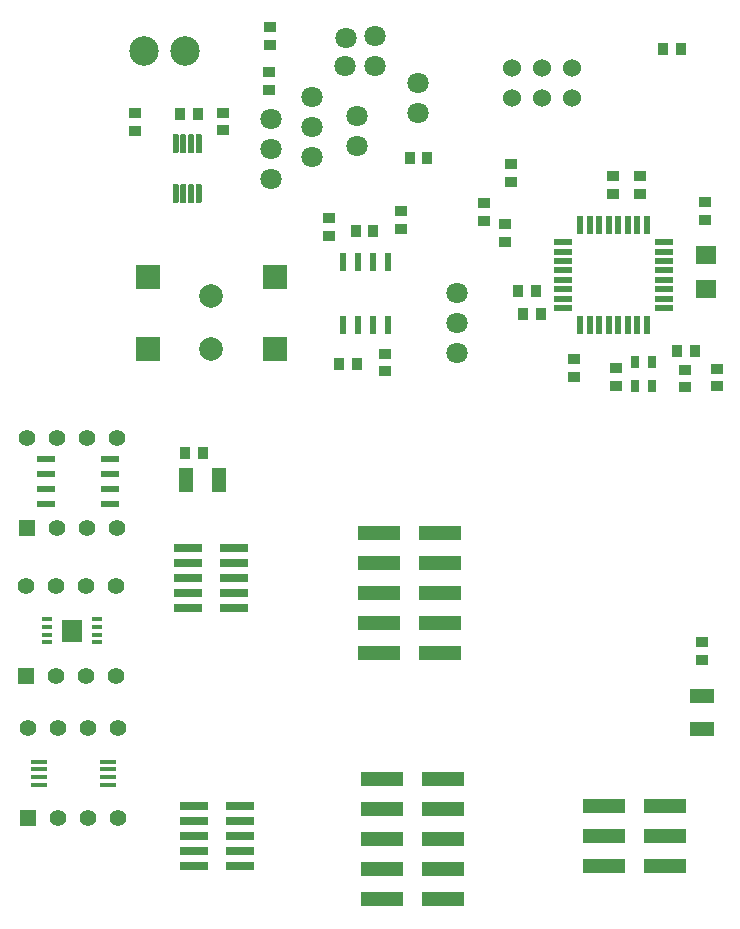
<source format=gts>
G04 #@! TF.GenerationSoftware,KiCad,Pcbnew,5.1.5-52549c5~86~ubuntu18.04.1*
G04 #@! TF.CreationDate,2020-12-07T22:39:35-08:00*
G04 #@! TF.ProjectId,multiple_PCBs,6d756c74-6970-46c6-955f-504342732e6b,rev?*
G04 #@! TF.SameCoordinates,Original*
G04 #@! TF.FileFunction,Soldermask,Top*
G04 #@! TF.FilePolarity,Negative*
%FSLAX46Y46*%
G04 Gerber Fmt 4.6, Leading zero omitted, Abs format (unit mm)*
G04 Created by KiCad (PCBNEW 5.1.5-52549c5~86~ubuntu18.04.1) date 2020-12-07 22:39:35*
%MOMM*%
%LPD*%
G04 APERTURE LIST*
%ADD10R,1.397000X1.397000*%
%ADD11C,1.397000*%
%ADD12R,1.550000X0.600000*%
%ADD13R,1.450000X0.450000*%
%ADD14R,1.680000X1.880000*%
%ADD15R,0.890000X0.420000*%
%ADD16R,2.400000X0.760000*%
%ADD17R,3.560000X1.270000*%
%ADD18R,1.250000X2.000000*%
%ADD19R,2.000000X1.250000*%
%ADD20R,0.899160X1.000760*%
%ADD21R,1.000760X0.899160*%
%ADD22C,1.800000*%
%ADD23C,0.050000*%
%ADD24R,1.000000X0.900000*%
%ADD25R,0.900000X1.000000*%
%ADD26C,2.500000*%
%ADD27R,0.600000X1.550000*%
%ADD28R,1.800860X1.597660*%
%ADD29C,1.998980*%
%ADD30R,1.998980X1.998980*%
%ADD31C,1.524000*%
%ADD32R,0.550000X1.600000*%
%ADD33R,1.600000X0.550000*%
%ADD34R,0.800000X1.000000*%
G04 APERTURE END LIST*
D10*
X140090000Y-103710000D03*
D11*
X142630000Y-103710000D03*
X145170000Y-103710000D03*
X147710000Y-103710000D03*
X147710000Y-96090000D03*
X145170000Y-96090000D03*
X142630000Y-96090000D03*
X140090000Y-96090000D03*
D10*
X140208000Y-128270000D03*
D11*
X142748000Y-128270000D03*
X145288000Y-128270000D03*
X147828000Y-128270000D03*
X147828000Y-120650000D03*
X145288000Y-120650000D03*
X142748000Y-120650000D03*
X140208000Y-120650000D03*
D10*
X139990000Y-116210000D03*
D11*
X142530000Y-116210000D03*
X145070000Y-116210000D03*
X147610000Y-116210000D03*
X147610000Y-108590000D03*
X145070000Y-108590000D03*
X142530000Y-108590000D03*
X139990000Y-108590000D03*
D12*
X141700000Y-97895000D03*
X141700000Y-99165000D03*
X141700000Y-100435000D03*
X141700000Y-101705000D03*
X147100000Y-101705000D03*
X147100000Y-100435000D03*
X147100000Y-99165000D03*
X147100000Y-97895000D03*
D13*
X146968000Y-123485000D03*
X146968000Y-124135000D03*
X146968000Y-124785000D03*
X146968000Y-125435000D03*
X141068000Y-125435000D03*
X141068000Y-124785000D03*
X141068000Y-124135000D03*
X141068000Y-123485000D03*
D14*
X143900000Y-112400000D03*
D15*
X146005000Y-111425000D03*
X146005000Y-112075000D03*
X146005000Y-112725000D03*
X146005000Y-113375000D03*
X141795000Y-113375000D03*
X141795000Y-112725000D03*
X141795000Y-112075000D03*
X141795000Y-111425000D03*
D16*
X157652000Y-109220000D03*
X157652000Y-110490000D03*
X153752000Y-110490000D03*
X153752000Y-109220000D03*
X153752000Y-105410000D03*
X153752000Y-106680000D03*
X153752000Y-107950000D03*
X157652000Y-107950000D03*
X157652000Y-106680000D03*
X157652000Y-105410000D03*
X158160000Y-127254000D03*
X158160000Y-128524000D03*
X158160000Y-129794000D03*
X154260000Y-129794000D03*
X154260000Y-128524000D03*
X154260000Y-127254000D03*
X154260000Y-131064000D03*
X154260000Y-132334000D03*
X158160000Y-132334000D03*
X158160000Y-131064000D03*
D17*
X175325000Y-124968000D03*
X175325000Y-127508000D03*
X175325000Y-130048000D03*
X170115000Y-130048000D03*
X170115000Y-127508000D03*
X170115000Y-124968000D03*
X170115000Y-132608000D03*
X170115000Y-135148000D03*
X175325000Y-135148000D03*
X175325000Y-132608000D03*
X175071000Y-111780000D03*
X175071000Y-114320000D03*
X169861000Y-114320000D03*
X169861000Y-111780000D03*
X169861000Y-104140000D03*
X169861000Y-106680000D03*
X169861000Y-109220000D03*
X175071000Y-109220000D03*
X175071000Y-106680000D03*
X175071000Y-104140000D03*
X194121000Y-132354000D03*
X188911000Y-132354000D03*
X188911000Y-127254000D03*
X188911000Y-129794000D03*
X194121000Y-129794000D03*
X194121000Y-127254000D03*
D18*
X153581000Y-99648000D03*
X156331000Y-99648000D03*
D19*
X197196000Y-117963000D03*
X197196000Y-120713000D03*
D20*
X153444160Y-97338000D03*
X154947840Y-97338000D03*
D21*
X197196000Y-114841680D03*
X197196000Y-113338000D03*
D22*
X167113000Y-62229000D03*
X166970000Y-64626000D03*
X169510000Y-64626000D03*
X169510000Y-62086000D03*
D23*
G36*
X152802252Y-74596602D02*
G01*
X152814386Y-74598402D01*
X152826286Y-74601382D01*
X152837835Y-74605515D01*
X152848925Y-74610760D01*
X152859446Y-74617066D01*
X152869299Y-74624374D01*
X152878388Y-74632612D01*
X152886626Y-74641701D01*
X152893934Y-74651554D01*
X152900240Y-74662075D01*
X152905485Y-74673165D01*
X152909618Y-74684714D01*
X152912598Y-74696614D01*
X152914398Y-74708748D01*
X152915000Y-74721000D01*
X152915000Y-76096000D01*
X152914398Y-76108252D01*
X152912598Y-76120386D01*
X152909618Y-76132286D01*
X152905485Y-76143835D01*
X152900240Y-76154925D01*
X152893934Y-76165446D01*
X152886626Y-76175299D01*
X152878388Y-76184388D01*
X152869299Y-76192626D01*
X152859446Y-76199934D01*
X152848925Y-76206240D01*
X152837835Y-76211485D01*
X152826286Y-76215618D01*
X152814386Y-76218598D01*
X152802252Y-76220398D01*
X152790000Y-76221000D01*
X152540000Y-76221000D01*
X152527748Y-76220398D01*
X152515614Y-76218598D01*
X152503714Y-76215618D01*
X152492165Y-76211485D01*
X152481075Y-76206240D01*
X152470554Y-76199934D01*
X152460701Y-76192626D01*
X152451612Y-76184388D01*
X152443374Y-76175299D01*
X152436066Y-76165446D01*
X152429760Y-76154925D01*
X152424515Y-76143835D01*
X152420382Y-76132286D01*
X152417402Y-76120386D01*
X152415602Y-76108252D01*
X152415000Y-76096000D01*
X152415000Y-74721000D01*
X152415602Y-74708748D01*
X152417402Y-74696614D01*
X152420382Y-74684714D01*
X152424515Y-74673165D01*
X152429760Y-74662075D01*
X152436066Y-74651554D01*
X152443374Y-74641701D01*
X152451612Y-74632612D01*
X152460701Y-74624374D01*
X152470554Y-74617066D01*
X152481075Y-74610760D01*
X152492165Y-74605515D01*
X152503714Y-74601382D01*
X152515614Y-74598402D01*
X152527748Y-74596602D01*
X152540000Y-74596000D01*
X152790000Y-74596000D01*
X152802252Y-74596602D01*
G37*
G36*
X153452252Y-74596602D02*
G01*
X153464386Y-74598402D01*
X153476286Y-74601382D01*
X153487835Y-74605515D01*
X153498925Y-74610760D01*
X153509446Y-74617066D01*
X153519299Y-74624374D01*
X153528388Y-74632612D01*
X153536626Y-74641701D01*
X153543934Y-74651554D01*
X153550240Y-74662075D01*
X153555485Y-74673165D01*
X153559618Y-74684714D01*
X153562598Y-74696614D01*
X153564398Y-74708748D01*
X153565000Y-74721000D01*
X153565000Y-76096000D01*
X153564398Y-76108252D01*
X153562598Y-76120386D01*
X153559618Y-76132286D01*
X153555485Y-76143835D01*
X153550240Y-76154925D01*
X153543934Y-76165446D01*
X153536626Y-76175299D01*
X153528388Y-76184388D01*
X153519299Y-76192626D01*
X153509446Y-76199934D01*
X153498925Y-76206240D01*
X153487835Y-76211485D01*
X153476286Y-76215618D01*
X153464386Y-76218598D01*
X153452252Y-76220398D01*
X153440000Y-76221000D01*
X153190000Y-76221000D01*
X153177748Y-76220398D01*
X153165614Y-76218598D01*
X153153714Y-76215618D01*
X153142165Y-76211485D01*
X153131075Y-76206240D01*
X153120554Y-76199934D01*
X153110701Y-76192626D01*
X153101612Y-76184388D01*
X153093374Y-76175299D01*
X153086066Y-76165446D01*
X153079760Y-76154925D01*
X153074515Y-76143835D01*
X153070382Y-76132286D01*
X153067402Y-76120386D01*
X153065602Y-76108252D01*
X153065000Y-76096000D01*
X153065000Y-74721000D01*
X153065602Y-74708748D01*
X153067402Y-74696614D01*
X153070382Y-74684714D01*
X153074515Y-74673165D01*
X153079760Y-74662075D01*
X153086066Y-74651554D01*
X153093374Y-74641701D01*
X153101612Y-74632612D01*
X153110701Y-74624374D01*
X153120554Y-74617066D01*
X153131075Y-74610760D01*
X153142165Y-74605515D01*
X153153714Y-74601382D01*
X153165614Y-74598402D01*
X153177748Y-74596602D01*
X153190000Y-74596000D01*
X153440000Y-74596000D01*
X153452252Y-74596602D01*
G37*
G36*
X154102252Y-74596602D02*
G01*
X154114386Y-74598402D01*
X154126286Y-74601382D01*
X154137835Y-74605515D01*
X154148925Y-74610760D01*
X154159446Y-74617066D01*
X154169299Y-74624374D01*
X154178388Y-74632612D01*
X154186626Y-74641701D01*
X154193934Y-74651554D01*
X154200240Y-74662075D01*
X154205485Y-74673165D01*
X154209618Y-74684714D01*
X154212598Y-74696614D01*
X154214398Y-74708748D01*
X154215000Y-74721000D01*
X154215000Y-76096000D01*
X154214398Y-76108252D01*
X154212598Y-76120386D01*
X154209618Y-76132286D01*
X154205485Y-76143835D01*
X154200240Y-76154925D01*
X154193934Y-76165446D01*
X154186626Y-76175299D01*
X154178388Y-76184388D01*
X154169299Y-76192626D01*
X154159446Y-76199934D01*
X154148925Y-76206240D01*
X154137835Y-76211485D01*
X154126286Y-76215618D01*
X154114386Y-76218598D01*
X154102252Y-76220398D01*
X154090000Y-76221000D01*
X153840000Y-76221000D01*
X153827748Y-76220398D01*
X153815614Y-76218598D01*
X153803714Y-76215618D01*
X153792165Y-76211485D01*
X153781075Y-76206240D01*
X153770554Y-76199934D01*
X153760701Y-76192626D01*
X153751612Y-76184388D01*
X153743374Y-76175299D01*
X153736066Y-76165446D01*
X153729760Y-76154925D01*
X153724515Y-76143835D01*
X153720382Y-76132286D01*
X153717402Y-76120386D01*
X153715602Y-76108252D01*
X153715000Y-76096000D01*
X153715000Y-74721000D01*
X153715602Y-74708748D01*
X153717402Y-74696614D01*
X153720382Y-74684714D01*
X153724515Y-74673165D01*
X153729760Y-74662075D01*
X153736066Y-74651554D01*
X153743374Y-74641701D01*
X153751612Y-74632612D01*
X153760701Y-74624374D01*
X153770554Y-74617066D01*
X153781075Y-74610760D01*
X153792165Y-74605515D01*
X153803714Y-74601382D01*
X153815614Y-74598402D01*
X153827748Y-74596602D01*
X153840000Y-74596000D01*
X154090000Y-74596000D01*
X154102252Y-74596602D01*
G37*
G36*
X154752252Y-74596602D02*
G01*
X154764386Y-74598402D01*
X154776286Y-74601382D01*
X154787835Y-74605515D01*
X154798925Y-74610760D01*
X154809446Y-74617066D01*
X154819299Y-74624374D01*
X154828388Y-74632612D01*
X154836626Y-74641701D01*
X154843934Y-74651554D01*
X154850240Y-74662075D01*
X154855485Y-74673165D01*
X154859618Y-74684714D01*
X154862598Y-74696614D01*
X154864398Y-74708748D01*
X154865000Y-74721000D01*
X154865000Y-76096000D01*
X154864398Y-76108252D01*
X154862598Y-76120386D01*
X154859618Y-76132286D01*
X154855485Y-76143835D01*
X154850240Y-76154925D01*
X154843934Y-76165446D01*
X154836626Y-76175299D01*
X154828388Y-76184388D01*
X154819299Y-76192626D01*
X154809446Y-76199934D01*
X154798925Y-76206240D01*
X154787835Y-76211485D01*
X154776286Y-76215618D01*
X154764386Y-76218598D01*
X154752252Y-76220398D01*
X154740000Y-76221000D01*
X154490000Y-76221000D01*
X154477748Y-76220398D01*
X154465614Y-76218598D01*
X154453714Y-76215618D01*
X154442165Y-76211485D01*
X154431075Y-76206240D01*
X154420554Y-76199934D01*
X154410701Y-76192626D01*
X154401612Y-76184388D01*
X154393374Y-76175299D01*
X154386066Y-76165446D01*
X154379760Y-76154925D01*
X154374515Y-76143835D01*
X154370382Y-76132286D01*
X154367402Y-76120386D01*
X154365602Y-76108252D01*
X154365000Y-76096000D01*
X154365000Y-74721000D01*
X154365602Y-74708748D01*
X154367402Y-74696614D01*
X154370382Y-74684714D01*
X154374515Y-74673165D01*
X154379760Y-74662075D01*
X154386066Y-74651554D01*
X154393374Y-74641701D01*
X154401612Y-74632612D01*
X154410701Y-74624374D01*
X154420554Y-74617066D01*
X154431075Y-74610760D01*
X154442165Y-74605515D01*
X154453714Y-74601382D01*
X154465614Y-74598402D01*
X154477748Y-74596602D01*
X154490000Y-74596000D01*
X154740000Y-74596000D01*
X154752252Y-74596602D01*
G37*
G36*
X154752252Y-70371602D02*
G01*
X154764386Y-70373402D01*
X154776286Y-70376382D01*
X154787835Y-70380515D01*
X154798925Y-70385760D01*
X154809446Y-70392066D01*
X154819299Y-70399374D01*
X154828388Y-70407612D01*
X154836626Y-70416701D01*
X154843934Y-70426554D01*
X154850240Y-70437075D01*
X154855485Y-70448165D01*
X154859618Y-70459714D01*
X154862598Y-70471614D01*
X154864398Y-70483748D01*
X154865000Y-70496000D01*
X154865000Y-71871000D01*
X154864398Y-71883252D01*
X154862598Y-71895386D01*
X154859618Y-71907286D01*
X154855485Y-71918835D01*
X154850240Y-71929925D01*
X154843934Y-71940446D01*
X154836626Y-71950299D01*
X154828388Y-71959388D01*
X154819299Y-71967626D01*
X154809446Y-71974934D01*
X154798925Y-71981240D01*
X154787835Y-71986485D01*
X154776286Y-71990618D01*
X154764386Y-71993598D01*
X154752252Y-71995398D01*
X154740000Y-71996000D01*
X154490000Y-71996000D01*
X154477748Y-71995398D01*
X154465614Y-71993598D01*
X154453714Y-71990618D01*
X154442165Y-71986485D01*
X154431075Y-71981240D01*
X154420554Y-71974934D01*
X154410701Y-71967626D01*
X154401612Y-71959388D01*
X154393374Y-71950299D01*
X154386066Y-71940446D01*
X154379760Y-71929925D01*
X154374515Y-71918835D01*
X154370382Y-71907286D01*
X154367402Y-71895386D01*
X154365602Y-71883252D01*
X154365000Y-71871000D01*
X154365000Y-70496000D01*
X154365602Y-70483748D01*
X154367402Y-70471614D01*
X154370382Y-70459714D01*
X154374515Y-70448165D01*
X154379760Y-70437075D01*
X154386066Y-70426554D01*
X154393374Y-70416701D01*
X154401612Y-70407612D01*
X154410701Y-70399374D01*
X154420554Y-70392066D01*
X154431075Y-70385760D01*
X154442165Y-70380515D01*
X154453714Y-70376382D01*
X154465614Y-70373402D01*
X154477748Y-70371602D01*
X154490000Y-70371000D01*
X154740000Y-70371000D01*
X154752252Y-70371602D01*
G37*
G36*
X154102252Y-70371602D02*
G01*
X154114386Y-70373402D01*
X154126286Y-70376382D01*
X154137835Y-70380515D01*
X154148925Y-70385760D01*
X154159446Y-70392066D01*
X154169299Y-70399374D01*
X154178388Y-70407612D01*
X154186626Y-70416701D01*
X154193934Y-70426554D01*
X154200240Y-70437075D01*
X154205485Y-70448165D01*
X154209618Y-70459714D01*
X154212598Y-70471614D01*
X154214398Y-70483748D01*
X154215000Y-70496000D01*
X154215000Y-71871000D01*
X154214398Y-71883252D01*
X154212598Y-71895386D01*
X154209618Y-71907286D01*
X154205485Y-71918835D01*
X154200240Y-71929925D01*
X154193934Y-71940446D01*
X154186626Y-71950299D01*
X154178388Y-71959388D01*
X154169299Y-71967626D01*
X154159446Y-71974934D01*
X154148925Y-71981240D01*
X154137835Y-71986485D01*
X154126286Y-71990618D01*
X154114386Y-71993598D01*
X154102252Y-71995398D01*
X154090000Y-71996000D01*
X153840000Y-71996000D01*
X153827748Y-71995398D01*
X153815614Y-71993598D01*
X153803714Y-71990618D01*
X153792165Y-71986485D01*
X153781075Y-71981240D01*
X153770554Y-71974934D01*
X153760701Y-71967626D01*
X153751612Y-71959388D01*
X153743374Y-71950299D01*
X153736066Y-71940446D01*
X153729760Y-71929925D01*
X153724515Y-71918835D01*
X153720382Y-71907286D01*
X153717402Y-71895386D01*
X153715602Y-71883252D01*
X153715000Y-71871000D01*
X153715000Y-70496000D01*
X153715602Y-70483748D01*
X153717402Y-70471614D01*
X153720382Y-70459714D01*
X153724515Y-70448165D01*
X153729760Y-70437075D01*
X153736066Y-70426554D01*
X153743374Y-70416701D01*
X153751612Y-70407612D01*
X153760701Y-70399374D01*
X153770554Y-70392066D01*
X153781075Y-70385760D01*
X153792165Y-70380515D01*
X153803714Y-70376382D01*
X153815614Y-70373402D01*
X153827748Y-70371602D01*
X153840000Y-70371000D01*
X154090000Y-70371000D01*
X154102252Y-70371602D01*
G37*
G36*
X153452252Y-70371602D02*
G01*
X153464386Y-70373402D01*
X153476286Y-70376382D01*
X153487835Y-70380515D01*
X153498925Y-70385760D01*
X153509446Y-70392066D01*
X153519299Y-70399374D01*
X153528388Y-70407612D01*
X153536626Y-70416701D01*
X153543934Y-70426554D01*
X153550240Y-70437075D01*
X153555485Y-70448165D01*
X153559618Y-70459714D01*
X153562598Y-70471614D01*
X153564398Y-70483748D01*
X153565000Y-70496000D01*
X153565000Y-71871000D01*
X153564398Y-71883252D01*
X153562598Y-71895386D01*
X153559618Y-71907286D01*
X153555485Y-71918835D01*
X153550240Y-71929925D01*
X153543934Y-71940446D01*
X153536626Y-71950299D01*
X153528388Y-71959388D01*
X153519299Y-71967626D01*
X153509446Y-71974934D01*
X153498925Y-71981240D01*
X153487835Y-71986485D01*
X153476286Y-71990618D01*
X153464386Y-71993598D01*
X153452252Y-71995398D01*
X153440000Y-71996000D01*
X153190000Y-71996000D01*
X153177748Y-71995398D01*
X153165614Y-71993598D01*
X153153714Y-71990618D01*
X153142165Y-71986485D01*
X153131075Y-71981240D01*
X153120554Y-71974934D01*
X153110701Y-71967626D01*
X153101612Y-71959388D01*
X153093374Y-71950299D01*
X153086066Y-71940446D01*
X153079760Y-71929925D01*
X153074515Y-71918835D01*
X153070382Y-71907286D01*
X153067402Y-71895386D01*
X153065602Y-71883252D01*
X153065000Y-71871000D01*
X153065000Y-70496000D01*
X153065602Y-70483748D01*
X153067402Y-70471614D01*
X153070382Y-70459714D01*
X153074515Y-70448165D01*
X153079760Y-70437075D01*
X153086066Y-70426554D01*
X153093374Y-70416701D01*
X153101612Y-70407612D01*
X153110701Y-70399374D01*
X153120554Y-70392066D01*
X153131075Y-70385760D01*
X153142165Y-70380515D01*
X153153714Y-70376382D01*
X153165614Y-70373402D01*
X153177748Y-70371602D01*
X153190000Y-70371000D01*
X153440000Y-70371000D01*
X153452252Y-70371602D01*
G37*
G36*
X152802252Y-70371602D02*
G01*
X152814386Y-70373402D01*
X152826286Y-70376382D01*
X152837835Y-70380515D01*
X152848925Y-70385760D01*
X152859446Y-70392066D01*
X152869299Y-70399374D01*
X152878388Y-70407612D01*
X152886626Y-70416701D01*
X152893934Y-70426554D01*
X152900240Y-70437075D01*
X152905485Y-70448165D01*
X152909618Y-70459714D01*
X152912598Y-70471614D01*
X152914398Y-70483748D01*
X152915000Y-70496000D01*
X152915000Y-71871000D01*
X152914398Y-71883252D01*
X152912598Y-71895386D01*
X152909618Y-71907286D01*
X152905485Y-71918835D01*
X152900240Y-71929925D01*
X152893934Y-71940446D01*
X152886626Y-71950299D01*
X152878388Y-71959388D01*
X152869299Y-71967626D01*
X152859446Y-71974934D01*
X152848925Y-71981240D01*
X152837835Y-71986485D01*
X152826286Y-71990618D01*
X152814386Y-71993598D01*
X152802252Y-71995398D01*
X152790000Y-71996000D01*
X152540000Y-71996000D01*
X152527748Y-71995398D01*
X152515614Y-71993598D01*
X152503714Y-71990618D01*
X152492165Y-71986485D01*
X152481075Y-71981240D01*
X152470554Y-71974934D01*
X152460701Y-71967626D01*
X152451612Y-71959388D01*
X152443374Y-71950299D01*
X152436066Y-71940446D01*
X152429760Y-71929925D01*
X152424515Y-71918835D01*
X152420382Y-71907286D01*
X152417402Y-71895386D01*
X152415602Y-71883252D01*
X152415000Y-71871000D01*
X152415000Y-70496000D01*
X152415602Y-70483748D01*
X152417402Y-70471614D01*
X152420382Y-70459714D01*
X152424515Y-70448165D01*
X152429760Y-70437075D01*
X152436066Y-70426554D01*
X152443374Y-70416701D01*
X152451612Y-70407612D01*
X152460701Y-70399374D01*
X152470554Y-70392066D01*
X152481075Y-70385760D01*
X152492165Y-70380515D01*
X152503714Y-70376382D01*
X152515614Y-70373402D01*
X152527748Y-70371602D01*
X152540000Y-70371000D01*
X152790000Y-70371000D01*
X152802252Y-70371602D01*
G37*
D22*
X167990000Y-68846160D03*
X167990000Y-71386160D03*
X173228000Y-68569840D03*
X173228000Y-66029840D03*
D24*
X165690000Y-78957840D03*
D21*
X165690000Y-77454160D03*
X180594000Y-77978000D03*
D24*
X180594000Y-79481680D03*
D25*
X154531840Y-68686000D03*
D20*
X153028160Y-68686000D03*
D21*
X160680000Y-62806000D03*
D24*
X160680000Y-61302320D03*
X160550000Y-66637840D03*
D21*
X160550000Y-65134160D03*
X156690000Y-68542320D03*
X156690000Y-70046000D03*
X149240000Y-70106000D03*
X149240000Y-68602320D03*
D22*
X160740000Y-69066000D03*
X160740000Y-71606000D03*
X160740000Y-74146000D03*
D26*
X149989940Y-63356000D03*
X153490060Y-63356000D03*
D21*
X170420000Y-88934160D03*
X170420000Y-90437840D03*
D20*
X167991840Y-89856000D03*
X166488160Y-89856000D03*
D21*
X171740000Y-76854160D03*
X171740000Y-78357840D03*
D20*
X167913160Y-78581000D03*
X169416840Y-78581000D03*
X173990000Y-72356000D03*
X172486320Y-72356000D03*
D21*
X178816000Y-76210160D03*
X178816000Y-77713840D03*
D27*
X166835000Y-86556000D03*
X168105000Y-86556000D03*
X169375000Y-86556000D03*
X170645000Y-86556000D03*
X170645000Y-81156000D03*
X169375000Y-81156000D03*
X168105000Y-81156000D03*
X166835000Y-81156000D03*
D22*
X164190000Y-67216000D03*
X164190000Y-69756000D03*
X164190000Y-72296000D03*
D21*
X186436000Y-89418160D03*
D24*
X186436000Y-90921840D03*
X189992000Y-90170000D03*
D21*
X189992000Y-91673680D03*
X192024000Y-73924160D03*
D24*
X192024000Y-75427840D03*
X189738000Y-75427840D03*
D21*
X189738000Y-73924160D03*
D24*
X198490000Y-91707840D03*
D21*
X198490000Y-90204160D03*
D20*
X195138160Y-88756000D03*
D25*
X196641840Y-88756000D03*
D28*
X197612000Y-83461860D03*
X197612000Y-80622140D03*
D29*
X155702000Y-84089240D03*
D30*
X150291800Y-88590120D03*
X150291800Y-82489040D03*
X161117280Y-88590120D03*
X161117280Y-82489040D03*
D29*
X155702000Y-88590120D03*
D31*
X186230000Y-64786000D03*
X183690000Y-64786000D03*
X181150000Y-64786000D03*
X181150000Y-67326000D03*
X183690000Y-67326000D03*
X186230000Y-67326000D03*
D22*
X176530000Y-88900000D03*
X176530000Y-86360000D03*
X176530000Y-83820000D03*
D20*
X193938160Y-63156000D03*
X195441840Y-63156000D03*
D21*
X195790000Y-91807840D03*
X195790000Y-90304160D03*
D20*
X183143680Y-83631000D03*
X181640000Y-83631000D03*
X182088160Y-85581000D03*
X183591840Y-85581000D03*
D21*
X197490000Y-77607840D03*
X197490000Y-76104160D03*
D32*
X186938000Y-86546000D03*
X187738000Y-86546000D03*
X188538000Y-86546000D03*
X189338000Y-86546000D03*
X190138000Y-86546000D03*
X190938000Y-86546000D03*
X191738000Y-86546000D03*
X192538000Y-86546000D03*
D33*
X193988000Y-85096000D03*
X193988000Y-84296000D03*
X193988000Y-83496000D03*
X193988000Y-82696000D03*
X193988000Y-81896000D03*
X193988000Y-81096000D03*
X193988000Y-80296000D03*
X193988000Y-79496000D03*
D32*
X192538000Y-78046000D03*
X191738000Y-78046000D03*
X190938000Y-78046000D03*
X190138000Y-78046000D03*
X189338000Y-78046000D03*
X188538000Y-78046000D03*
X187738000Y-78046000D03*
X186938000Y-78046000D03*
D33*
X185488000Y-79496000D03*
X185488000Y-80296000D03*
X185488000Y-81096000D03*
X185488000Y-81896000D03*
X185488000Y-82696000D03*
X185488000Y-83496000D03*
X185488000Y-84296000D03*
X185488000Y-85096000D03*
D34*
X191528000Y-89678000D03*
X191528000Y-91678000D03*
X193028000Y-89678000D03*
X193028000Y-91678000D03*
D21*
X181102000Y-74411840D03*
D24*
X181102000Y-72908160D03*
M02*

</source>
